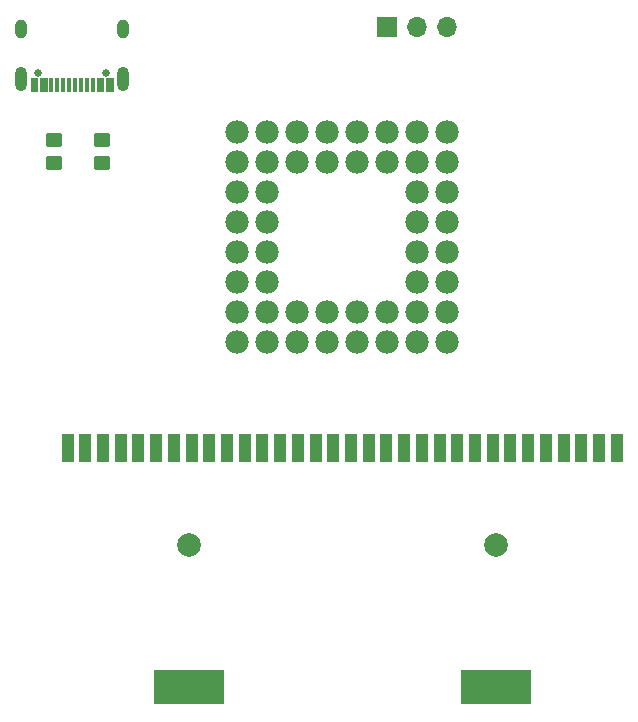
<source format=gbr>
%TF.GenerationSoftware,KiCad,Pcbnew,6.0.5-a6ca702e91~116~ubuntu22.04.1*%
%TF.CreationDate,2022-06-05T12:33:17+01:00*%
%TF.ProjectId,gba-cart-pga,6762612d-6361-4727-942d-7067612e6b69,rev?*%
%TF.SameCoordinates,Original*%
%TF.FileFunction,Soldermask,Top*%
%TF.FilePolarity,Negative*%
%FSLAX46Y46*%
G04 Gerber Fmt 4.6, Leading zero omitted, Abs format (unit mm)*
G04 Created by KiCad (PCBNEW 6.0.5-a6ca702e91~116~ubuntu22.04.1) date 2022-06-05 12:33:17*
%MOMM*%
%LPD*%
G01*
G04 APERTURE LIST*
G04 Aperture macros list*
%AMRoundRect*
0 Rectangle with rounded corners*
0 $1 Rounding radius*
0 $2 $3 $4 $5 $6 $7 $8 $9 X,Y pos of 4 corners*
0 Add a 4 corners polygon primitive as box body*
4,1,4,$2,$3,$4,$5,$6,$7,$8,$9,$2,$3,0*
0 Add four circle primitives for the rounded corners*
1,1,$1+$1,$2,$3*
1,1,$1+$1,$4,$5*
1,1,$1+$1,$6,$7*
1,1,$1+$1,$8,$9*
0 Add four rect primitives between the rounded corners*
20,1,$1+$1,$2,$3,$4,$5,0*
20,1,$1+$1,$4,$5,$6,$7,0*
20,1,$1+$1,$6,$7,$8,$9,0*
20,1,$1+$1,$8,$9,$2,$3,0*%
G04 Aperture macros list end*
%ADD10RoundRect,0.250000X-0.450000X0.350000X-0.450000X-0.350000X0.450000X-0.350000X0.450000X0.350000X0*%
%ADD11C,2.000000*%
%ADD12R,1.000000X2.400000*%
%ADD13R,6.000000X3.000000*%
%ADD14R,1.700000X1.700000*%
%ADD15O,1.700000X1.700000*%
%ADD16C,0.650000*%
%ADD17R,0.300000X1.150000*%
%ADD18O,1.000000X2.100000*%
%ADD19O,1.000000X1.600000*%
%ADD20C,1.981200*%
G04 APERTURE END LIST*
D10*
%TO.C,R2*%
X114300000Y-93345000D03*
X114300000Y-95345000D03*
%TD*%
D11*
%TO.C,J3*%
X147620000Y-127700000D03*
X121620000Y-127700000D03*
D12*
X157870000Y-119500000D03*
X156370000Y-119500000D03*
X154870000Y-119500000D03*
X153370000Y-119500000D03*
X151870000Y-119500000D03*
X150370000Y-119500000D03*
X148870000Y-119500000D03*
X147370000Y-119500000D03*
X145870000Y-119500000D03*
X144370000Y-119500000D03*
X142870000Y-119500000D03*
X141370000Y-119500000D03*
X139870000Y-119500000D03*
X138370000Y-119500000D03*
X136870000Y-119500000D03*
X135370000Y-119500000D03*
X133870000Y-119500000D03*
X132370000Y-119500000D03*
X130870000Y-119500000D03*
X129370000Y-119500000D03*
X127870000Y-119500000D03*
X126370000Y-119500000D03*
X124870000Y-119500000D03*
X123370000Y-119500000D03*
X121870000Y-119500000D03*
X120370000Y-119500000D03*
X118870000Y-119500000D03*
X117370000Y-119500000D03*
X115870000Y-119500000D03*
X114370000Y-119500000D03*
X112870000Y-119500000D03*
X111370000Y-119500000D03*
D13*
X147620000Y-139700000D03*
X121620000Y-139700000D03*
%TD*%
D10*
%TO.C,R1*%
X110220000Y-93345000D03*
X110220000Y-95345000D03*
%TD*%
D14*
%TO.C,J2*%
X138430000Y-83820000D03*
D15*
X140970000Y-83820000D03*
X143510000Y-83820000D03*
%TD*%
D16*
%TO.C,J1*%
X108870000Y-87695000D03*
X114650000Y-87695000D03*
D17*
X115110000Y-88760000D03*
X114310000Y-88760000D03*
X113010000Y-88760000D03*
X112010000Y-88760000D03*
X111510000Y-88760000D03*
X110510000Y-88760000D03*
X109210000Y-88760000D03*
X108410000Y-88760000D03*
X108710000Y-88760000D03*
X109510000Y-88760000D03*
X110010000Y-88760000D03*
X111010000Y-88760000D03*
X112510000Y-88760000D03*
X113510000Y-88760000D03*
X114010000Y-88760000D03*
X114810000Y-88760000D03*
D18*
X116080000Y-88195000D03*
D19*
X107440000Y-84015000D03*
D18*
X107440000Y-88195000D03*
D19*
X116080000Y-84015000D03*
%TD*%
D20*
%TO.C,U1*%
X125730000Y-92710000D03*
X128270000Y-92710000D03*
X130810000Y-92710000D03*
X133350000Y-92710000D03*
X135890000Y-92710000D03*
X138430000Y-92710000D03*
X140970000Y-92710000D03*
X143510000Y-92710000D03*
X125730000Y-95250000D03*
X128270000Y-95250000D03*
X130810000Y-95250000D03*
X133350000Y-95250000D03*
X135890000Y-95250000D03*
X138430000Y-95250000D03*
X140970000Y-95250000D03*
X143510000Y-95250000D03*
X125730000Y-97790000D03*
X128270000Y-97790000D03*
X140970000Y-97790000D03*
X143510000Y-97790000D03*
X125730000Y-100330000D03*
X128270000Y-100330000D03*
X140970000Y-100330000D03*
X143510000Y-100330000D03*
X125730000Y-102870000D03*
X128270000Y-102870000D03*
X140970000Y-102870000D03*
X143510000Y-102870000D03*
X125730000Y-105410000D03*
X128270000Y-105410000D03*
X140970000Y-105410000D03*
X143510000Y-105410000D03*
X125730000Y-107950000D03*
X128270000Y-107950000D03*
X130810000Y-107950000D03*
X133350000Y-107950000D03*
X135890000Y-107950000D03*
X138430000Y-107950000D03*
X140970000Y-107950000D03*
X143510000Y-107950000D03*
X125730000Y-110490000D03*
X128270000Y-110490000D03*
X130810000Y-110490000D03*
X133350000Y-110490000D03*
X135890000Y-110490000D03*
X138430000Y-110490000D03*
X140970000Y-110490000D03*
X143510000Y-110490000D03*
%TD*%
M02*

</source>
